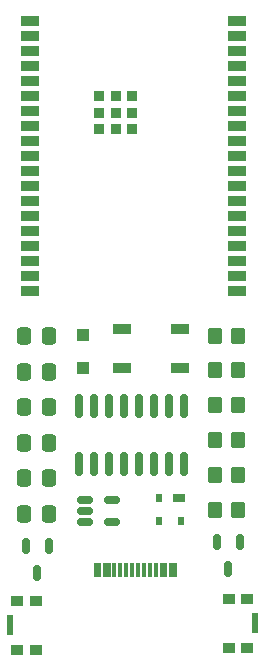
<source format=gbr>
%TF.GenerationSoftware,KiCad,Pcbnew,7.0.6-0*%
%TF.CreationDate,2024-01-09T11:34:52-06:00*%
%TF.ProjectId,ESP32_DevKit,45535033-325f-4446-9576-4b69742e6b69,rev?*%
%TF.SameCoordinates,Original*%
%TF.FileFunction,Paste,Top*%
%TF.FilePolarity,Positive*%
%FSLAX46Y46*%
G04 Gerber Fmt 4.6, Leading zero omitted, Abs format (unit mm)*
G04 Created by KiCad (PCBNEW 7.0.6-0) date 2024-01-09 11:34:52*
%MOMM*%
%LPD*%
G01*
G04 APERTURE LIST*
G04 Aperture macros list*
%AMRoundRect*
0 Rectangle with rounded corners*
0 $1 Rounding radius*
0 $2 $3 $4 $5 $6 $7 $8 $9 X,Y pos of 4 corners*
0 Add a 4 corners polygon primitive as box body*
4,1,4,$2,$3,$4,$5,$6,$7,$8,$9,$2,$3,0*
0 Add four circle primitives for the rounded corners*
1,1,$1+$1,$2,$3*
1,1,$1+$1,$4,$5*
1,1,$1+$1,$6,$7*
1,1,$1+$1,$8,$9*
0 Add four rect primitives between the rounded corners*
20,1,$1+$1,$2,$3,$4,$5,0*
20,1,$1+$1,$4,$5,$6,$7,0*
20,1,$1+$1,$6,$7,$8,$9,0*
20,1,$1+$1,$8,$9,$2,$3,0*%
G04 Aperture macros list end*
%ADD10R,1.500000X0.900000*%
%ADD11R,0.900000X0.900000*%
%ADD12RoundRect,0.250000X-0.350000X-0.450000X0.350000X-0.450000X0.350000X0.450000X-0.350000X0.450000X0*%
%ADD13R,1.000000X0.900000*%
%ADD14R,0.550000X1.700000*%
%ADD15RoundRect,0.250000X-0.337500X-0.475000X0.337500X-0.475000X0.337500X0.475000X-0.337500X0.475000X0*%
%ADD16R,1.000000X0.700000*%
%ADD17R,0.600000X0.700000*%
%ADD18R,0.300000X1.150000*%
%ADD19RoundRect,0.150000X-0.150000X0.512500X-0.150000X-0.512500X0.150000X-0.512500X0.150000X0.512500X0*%
%ADD20RoundRect,0.250000X0.300000X-0.300000X0.300000X0.300000X-0.300000X0.300000X-0.300000X-0.300000X0*%
%ADD21RoundRect,0.150000X0.150000X-0.825000X0.150000X0.825000X-0.150000X0.825000X-0.150000X-0.825000X0*%
%ADD22RoundRect,0.150000X-0.512500X-0.150000X0.512500X-0.150000X0.512500X0.150000X-0.512500X0.150000X0*%
G04 APERTURE END LIST*
D10*
%TO.C,U3*%
X181757500Y-50665000D03*
X181757500Y-51935000D03*
X181757500Y-53205000D03*
X181757500Y-54475000D03*
X181757500Y-55745000D03*
X181757500Y-57015000D03*
X181757500Y-58285000D03*
X181757500Y-59555000D03*
X181757500Y-60825000D03*
X181757500Y-62095000D03*
X181757500Y-63365000D03*
X181757500Y-64635000D03*
X181757500Y-65905000D03*
X181757500Y-67175000D03*
X181757500Y-68445000D03*
X181757500Y-69715000D03*
X181757500Y-70985000D03*
X181757500Y-72255000D03*
X181757500Y-73525000D03*
X199257500Y-73525000D03*
X199257500Y-72255000D03*
X199257500Y-70985000D03*
X199257500Y-69715000D03*
X199257500Y-68445000D03*
X199257500Y-67175000D03*
X199257500Y-65905000D03*
X199257500Y-64635000D03*
X199257500Y-63365000D03*
X199257500Y-62095000D03*
X199257500Y-60825000D03*
X199257500Y-59555000D03*
X199257500Y-58285000D03*
X199257500Y-57015000D03*
X199257500Y-55745000D03*
X199257500Y-54475000D03*
X199257500Y-53205000D03*
X199257500Y-51935000D03*
X199257500Y-50665000D03*
D11*
X187602500Y-57060000D03*
X187607500Y-58460000D03*
X187607500Y-59860000D03*
X189007500Y-57060000D03*
X189007500Y-58460000D03*
X189007500Y-59860000D03*
X190407500Y-57060000D03*
X190407500Y-58460000D03*
X190407500Y-59860000D03*
%TD*%
D12*
%TO.C,R6*%
X197397500Y-92070000D03*
X199397500Y-92070000D03*
%TD*%
D13*
%TO.C,RST*%
X180660000Y-103915000D03*
X182260000Y-103915000D03*
X182260000Y-99815000D03*
X180660000Y-99815000D03*
D14*
X180035000Y-101865000D03*
%TD*%
D15*
%TO.C,C4*%
X181270000Y-86390000D03*
X183345000Y-86390000D03*
%TD*%
D12*
%TO.C,R2*%
X197397500Y-80270000D03*
X199397500Y-80270000D03*
%TD*%
D16*
%TO.C,D1*%
X194390000Y-91040000D03*
D17*
X192690000Y-91040000D03*
X192690000Y-93040000D03*
X194590000Y-93040000D03*
%TD*%
D12*
%TO.C,R5*%
X197397500Y-89120000D03*
X199397500Y-89120000D03*
%TD*%
%TO.C,R4*%
X197397500Y-86170000D03*
X199397500Y-86170000D03*
%TD*%
D15*
%TO.C,C3*%
X181270000Y-83380000D03*
X183345000Y-83380000D03*
%TD*%
D12*
%TO.C,R1*%
X197397500Y-77320000D03*
X199397500Y-77320000D03*
%TD*%
D18*
%TO.C,P1*%
X187320000Y-97145000D03*
X188120000Y-97145000D03*
X189420000Y-97145000D03*
X190420000Y-97145000D03*
X190920000Y-97145000D03*
X191920000Y-97145000D03*
X193220000Y-97145000D03*
X194020000Y-97145000D03*
X193720000Y-97145000D03*
X192920000Y-97145000D03*
X192420000Y-97145000D03*
X191420000Y-97145000D03*
X189920000Y-97145000D03*
X188920000Y-97145000D03*
X188420000Y-97145000D03*
X187620000Y-97145000D03*
%TD*%
D19*
%TO.C,Q2*%
X183337500Y-95132500D03*
X181437500Y-95132500D03*
X182387500Y-97407500D03*
%TD*%
D15*
%TO.C,C6*%
X181270000Y-92410000D03*
X183345000Y-92410000D03*
%TD*%
%TO.C,C1*%
X181270000Y-77360000D03*
X183345000Y-77360000D03*
%TD*%
D20*
%TO.C,D2*%
X186217500Y-80057500D03*
X186217500Y-77257500D03*
%TD*%
D21*
%TO.C,U2*%
X185900000Y-88200000D03*
X187170000Y-88200000D03*
X188440000Y-88200000D03*
X189710000Y-88200000D03*
X190980000Y-88200000D03*
X192250000Y-88200000D03*
X193520000Y-88200000D03*
X194790000Y-88200000D03*
X194790000Y-83250000D03*
X193520000Y-83250000D03*
X192250000Y-83250000D03*
X190980000Y-83250000D03*
X189710000Y-83250000D03*
X188440000Y-83250000D03*
X187170000Y-83250000D03*
X185900000Y-83250000D03*
%TD*%
D15*
%TO.C,C5*%
X181270000Y-89400000D03*
X183345000Y-89400000D03*
%TD*%
D10*
%TO.C,D3*%
X189567500Y-76800000D03*
X189567500Y-80100000D03*
X194467500Y-80100000D03*
X194467500Y-76800000D03*
%TD*%
D19*
%TO.C,Q1*%
X199507500Y-94792500D03*
X197607500Y-94792500D03*
X198557500Y-97067500D03*
%TD*%
D13*
%TO.C,BT*%
X200180000Y-99645000D03*
X198580000Y-99645000D03*
X198580000Y-103745000D03*
X200180000Y-103745000D03*
D14*
X200805000Y-101695000D03*
%TD*%
D15*
%TO.C,C2*%
X181270000Y-80370000D03*
X183345000Y-80370000D03*
%TD*%
D22*
%TO.C,U1*%
X186402500Y-91210000D03*
X186402500Y-92160000D03*
X186402500Y-93110000D03*
X188677500Y-93110000D03*
X188677500Y-91210000D03*
%TD*%
D12*
%TO.C,R3*%
X197397500Y-83220000D03*
X199397500Y-83220000D03*
%TD*%
M02*

</source>
